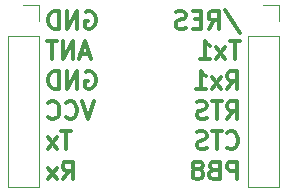
<source format=gbo>
G04 #@! TF.GenerationSoftware,KiCad,Pcbnew,(5.0.1)-3*
G04 #@! TF.CreationDate,2018-12-06T00:17:23+01:00*
G04 #@! TF.ProjectId,air602bob,616972363032626F622E6B696361645F,rev?*
G04 #@! TF.SameCoordinates,Original*
G04 #@! TF.FileFunction,Legend,Bot*
G04 #@! TF.FilePolarity,Positive*
%FSLAX46Y46*%
G04 Gerber Fmt 4.6, Leading zero omitted, Abs format (unit mm)*
G04 Created by KiCad (PCBNEW (5.0.1)-3) date 06/12/2018 00:17:23*
%MOMM*%
%LPD*%
G01*
G04 APERTURE LIST*
%ADD10C,0.300000*%
%ADD11C,0.120000*%
%ADD12C,0.602000*%
%ADD13C,1.902000*%
%ADD14O,1.802000X1.802000*%
%ADD15R,1.802000X1.802000*%
G04 APERTURE END LIST*
D10*
X80545428Y-91792142D02*
X81831142Y-93720714D01*
X79188285Y-93363571D02*
X79688285Y-92649285D01*
X80045428Y-93363571D02*
X80045428Y-91863571D01*
X79474000Y-91863571D01*
X79331142Y-91935000D01*
X79259714Y-92006428D01*
X79188285Y-92149285D01*
X79188285Y-92363571D01*
X79259714Y-92506428D01*
X79331142Y-92577857D01*
X79474000Y-92649285D01*
X80045428Y-92649285D01*
X78545428Y-92577857D02*
X78045428Y-92577857D01*
X77831142Y-93363571D02*
X78545428Y-93363571D01*
X78545428Y-91863571D01*
X77831142Y-91863571D01*
X77259714Y-93292142D02*
X77045428Y-93363571D01*
X76688285Y-93363571D01*
X76545428Y-93292142D01*
X76474000Y-93220714D01*
X76402571Y-93077857D01*
X76402571Y-92935000D01*
X76474000Y-92792142D01*
X76545428Y-92720714D01*
X76688285Y-92649285D01*
X76974000Y-92577857D01*
X77116857Y-92506428D01*
X77188285Y-92435000D01*
X77259714Y-92292142D01*
X77259714Y-92149285D01*
X77188285Y-92006428D01*
X77116857Y-91935000D01*
X76974000Y-91863571D01*
X76616857Y-91863571D01*
X76402571Y-91935000D01*
X81831142Y-94413571D02*
X80974000Y-94413571D01*
X81402571Y-95913571D02*
X81402571Y-94413571D01*
X80616857Y-95913571D02*
X79831142Y-94913571D01*
X80616857Y-94913571D02*
X79831142Y-95913571D01*
X78474000Y-95913571D02*
X79331142Y-95913571D01*
X78902571Y-95913571D02*
X78902571Y-94413571D01*
X79045428Y-94627857D01*
X79188285Y-94770714D01*
X79331142Y-94842142D01*
X80759714Y-98463571D02*
X81259714Y-97749285D01*
X81616857Y-98463571D02*
X81616857Y-96963571D01*
X81045428Y-96963571D01*
X80902571Y-97035000D01*
X80831142Y-97106428D01*
X80759714Y-97249285D01*
X80759714Y-97463571D01*
X80831142Y-97606428D01*
X80902571Y-97677857D01*
X81045428Y-97749285D01*
X81616857Y-97749285D01*
X80259714Y-98463571D02*
X79474000Y-97463571D01*
X80259714Y-97463571D02*
X79474000Y-98463571D01*
X78116857Y-98463571D02*
X78974000Y-98463571D01*
X78545428Y-98463571D02*
X78545428Y-96963571D01*
X78688285Y-97177857D01*
X78831142Y-97320714D01*
X78974000Y-97392142D01*
X80759714Y-101013571D02*
X81259714Y-100299285D01*
X81616857Y-101013571D02*
X81616857Y-99513571D01*
X81045428Y-99513571D01*
X80902571Y-99585000D01*
X80831142Y-99656428D01*
X80759714Y-99799285D01*
X80759714Y-100013571D01*
X80831142Y-100156428D01*
X80902571Y-100227857D01*
X81045428Y-100299285D01*
X81616857Y-100299285D01*
X80331142Y-99513571D02*
X79474000Y-99513571D01*
X79902571Y-101013571D02*
X79902571Y-99513571D01*
X79045428Y-100942142D02*
X78831142Y-101013571D01*
X78474000Y-101013571D01*
X78331142Y-100942142D01*
X78259714Y-100870714D01*
X78188285Y-100727857D01*
X78188285Y-100585000D01*
X78259714Y-100442142D01*
X78331142Y-100370714D01*
X78474000Y-100299285D01*
X78759714Y-100227857D01*
X78902571Y-100156428D01*
X78974000Y-100085000D01*
X79045428Y-99942142D01*
X79045428Y-99799285D01*
X78974000Y-99656428D01*
X78902571Y-99585000D01*
X78759714Y-99513571D01*
X78402571Y-99513571D01*
X78188285Y-99585000D01*
X80759714Y-103420714D02*
X80831142Y-103492142D01*
X81045428Y-103563571D01*
X81188285Y-103563571D01*
X81402571Y-103492142D01*
X81545428Y-103349285D01*
X81616857Y-103206428D01*
X81688285Y-102920714D01*
X81688285Y-102706428D01*
X81616857Y-102420714D01*
X81545428Y-102277857D01*
X81402571Y-102135000D01*
X81188285Y-102063571D01*
X81045428Y-102063571D01*
X80831142Y-102135000D01*
X80759714Y-102206428D01*
X80331142Y-102063571D02*
X79474000Y-102063571D01*
X79902571Y-103563571D02*
X79902571Y-102063571D01*
X79045428Y-103492142D02*
X78831142Y-103563571D01*
X78474000Y-103563571D01*
X78331142Y-103492142D01*
X78259714Y-103420714D01*
X78188285Y-103277857D01*
X78188285Y-103135000D01*
X78259714Y-102992142D01*
X78331142Y-102920714D01*
X78474000Y-102849285D01*
X78759714Y-102777857D01*
X78902571Y-102706428D01*
X78974000Y-102635000D01*
X79045428Y-102492142D01*
X79045428Y-102349285D01*
X78974000Y-102206428D01*
X78902571Y-102135000D01*
X78759714Y-102063571D01*
X78402571Y-102063571D01*
X78188285Y-102135000D01*
X81616857Y-106113571D02*
X81616857Y-104613571D01*
X81045428Y-104613571D01*
X80902571Y-104685000D01*
X80831142Y-104756428D01*
X80759714Y-104899285D01*
X80759714Y-105113571D01*
X80831142Y-105256428D01*
X80902571Y-105327857D01*
X81045428Y-105399285D01*
X81616857Y-105399285D01*
X79616857Y-105327857D02*
X79402571Y-105399285D01*
X79331142Y-105470714D01*
X79259714Y-105613571D01*
X79259714Y-105827857D01*
X79331142Y-105970714D01*
X79402571Y-106042142D01*
X79545428Y-106113571D01*
X80116857Y-106113571D01*
X80116857Y-104613571D01*
X79616857Y-104613571D01*
X79474000Y-104685000D01*
X79402571Y-104756428D01*
X79331142Y-104899285D01*
X79331142Y-105042142D01*
X79402571Y-105185000D01*
X79474000Y-105256428D01*
X79616857Y-105327857D01*
X80116857Y-105327857D01*
X78402571Y-105256428D02*
X78545428Y-105185000D01*
X78616857Y-105113571D01*
X78688285Y-104970714D01*
X78688285Y-104899285D01*
X78616857Y-104756428D01*
X78545428Y-104685000D01*
X78402571Y-104613571D01*
X78116857Y-104613571D01*
X77974000Y-104685000D01*
X77902571Y-104756428D01*
X77831142Y-104899285D01*
X77831142Y-104970714D01*
X77902571Y-105113571D01*
X77974000Y-105185000D01*
X78116857Y-105256428D01*
X78402571Y-105256428D01*
X78545428Y-105327857D01*
X78616857Y-105399285D01*
X78688285Y-105542142D01*
X78688285Y-105827857D01*
X78616857Y-105970714D01*
X78545428Y-106042142D01*
X78402571Y-106113571D01*
X78116857Y-106113571D01*
X77974000Y-106042142D01*
X77902571Y-105970714D01*
X77831142Y-105827857D01*
X77831142Y-105542142D01*
X77902571Y-105399285D01*
X77974000Y-105327857D01*
X78116857Y-105256428D01*
X68774571Y-91935000D02*
X68917428Y-91863571D01*
X69131714Y-91863571D01*
X69346000Y-91935000D01*
X69488857Y-92077857D01*
X69560285Y-92220714D01*
X69631714Y-92506428D01*
X69631714Y-92720714D01*
X69560285Y-93006428D01*
X69488857Y-93149285D01*
X69346000Y-93292142D01*
X69131714Y-93363571D01*
X68988857Y-93363571D01*
X68774571Y-93292142D01*
X68703142Y-93220714D01*
X68703142Y-92720714D01*
X68988857Y-92720714D01*
X68060285Y-93363571D02*
X68060285Y-91863571D01*
X67203142Y-93363571D01*
X67203142Y-91863571D01*
X66488857Y-93363571D02*
X66488857Y-91863571D01*
X66131714Y-91863571D01*
X65917428Y-91935000D01*
X65774571Y-92077857D01*
X65703142Y-92220714D01*
X65631714Y-92506428D01*
X65631714Y-92720714D01*
X65703142Y-93006428D01*
X65774571Y-93149285D01*
X65917428Y-93292142D01*
X66131714Y-93363571D01*
X66488857Y-93363571D01*
X69060285Y-95485000D02*
X68346000Y-95485000D01*
X69203142Y-95913571D02*
X68703142Y-94413571D01*
X68203142Y-95913571D01*
X67703142Y-95913571D02*
X67703142Y-94413571D01*
X66846000Y-95913571D01*
X66846000Y-94413571D01*
X66346000Y-94413571D02*
X65488857Y-94413571D01*
X65917428Y-95913571D02*
X65917428Y-94413571D01*
X68774571Y-97035000D02*
X68917428Y-96963571D01*
X69131714Y-96963571D01*
X69346000Y-97035000D01*
X69488857Y-97177857D01*
X69560285Y-97320714D01*
X69631714Y-97606428D01*
X69631714Y-97820714D01*
X69560285Y-98106428D01*
X69488857Y-98249285D01*
X69346000Y-98392142D01*
X69131714Y-98463571D01*
X68988857Y-98463571D01*
X68774571Y-98392142D01*
X68703142Y-98320714D01*
X68703142Y-97820714D01*
X68988857Y-97820714D01*
X68060285Y-98463571D02*
X68060285Y-96963571D01*
X67203142Y-98463571D01*
X67203142Y-96963571D01*
X66488857Y-98463571D02*
X66488857Y-96963571D01*
X66131714Y-96963571D01*
X65917428Y-97035000D01*
X65774571Y-97177857D01*
X65703142Y-97320714D01*
X65631714Y-97606428D01*
X65631714Y-97820714D01*
X65703142Y-98106428D01*
X65774571Y-98249285D01*
X65917428Y-98392142D01*
X66131714Y-98463571D01*
X66488857Y-98463571D01*
X69488857Y-99513571D02*
X68988857Y-101013571D01*
X68488857Y-99513571D01*
X67131714Y-100870714D02*
X67203142Y-100942142D01*
X67417428Y-101013571D01*
X67560285Y-101013571D01*
X67774571Y-100942142D01*
X67917428Y-100799285D01*
X67988857Y-100656428D01*
X68060285Y-100370714D01*
X68060285Y-100156428D01*
X67988857Y-99870714D01*
X67917428Y-99727857D01*
X67774571Y-99585000D01*
X67560285Y-99513571D01*
X67417428Y-99513571D01*
X67203142Y-99585000D01*
X67131714Y-99656428D01*
X65631714Y-100870714D02*
X65703142Y-100942142D01*
X65917428Y-101013571D01*
X66060285Y-101013571D01*
X66274571Y-100942142D01*
X66417428Y-100799285D01*
X66488857Y-100656428D01*
X66560285Y-100370714D01*
X66560285Y-100156428D01*
X66488857Y-99870714D01*
X66417428Y-99727857D01*
X66274571Y-99585000D01*
X66060285Y-99513571D01*
X65917428Y-99513571D01*
X65703142Y-99585000D01*
X65631714Y-99656428D01*
X67560285Y-102063571D02*
X66703142Y-102063571D01*
X67131714Y-103563571D02*
X67131714Y-102063571D01*
X66346000Y-103563571D02*
X65560285Y-102563571D01*
X66346000Y-102563571D02*
X65560285Y-103563571D01*
X66846000Y-106113571D02*
X67346000Y-105399285D01*
X67703142Y-106113571D02*
X67703142Y-104613571D01*
X67131714Y-104613571D01*
X66988857Y-104685000D01*
X66917428Y-104756428D01*
X66846000Y-104899285D01*
X66846000Y-105113571D01*
X66917428Y-105256428D01*
X66988857Y-105327857D01*
X67131714Y-105399285D01*
X67703142Y-105399285D01*
X66346000Y-106113571D02*
X65560285Y-105113571D01*
X66346000Y-105113571D02*
X65560285Y-106113571D01*
D11*
G04 #@! TO.C,J2*
X64830000Y-91380000D02*
X63500000Y-91380000D01*
X64830000Y-92710000D02*
X64830000Y-91380000D01*
X64830000Y-93980000D02*
X62170000Y-93980000D01*
X62170000Y-93980000D02*
X62170000Y-106740000D01*
X64830000Y-93980000D02*
X64830000Y-106740000D01*
X64830000Y-106740000D02*
X62170000Y-106740000D01*
G04 #@! TO.C,J1*
X85150000Y-106740000D02*
X82490000Y-106740000D01*
X85150000Y-93980000D02*
X85150000Y-106740000D01*
X82490000Y-93980000D02*
X82490000Y-106740000D01*
X85150000Y-93980000D02*
X82490000Y-93980000D01*
X85150000Y-92710000D02*
X85150000Y-91380000D01*
X85150000Y-91380000D02*
X83820000Y-91380000D01*
G04 #@! TD*
%LPC*%
D12*
G04 #@! TO.C,XA2*
X77343000Y-90678000D03*
D13*
X77343000Y-90678000D03*
G04 #@! TD*
D14*
G04 #@! TO.C,J2*
X63500000Y-105410000D03*
X63500000Y-102870000D03*
X63500000Y-100330000D03*
X63500000Y-97790000D03*
X63500000Y-95250000D03*
D15*
X63500000Y-92710000D03*
G04 #@! TD*
G04 #@! TO.C,J1*
X83820000Y-92710000D03*
D14*
X83820000Y-95250000D03*
X83820000Y-97790000D03*
X83820000Y-100330000D03*
X83820000Y-102870000D03*
X83820000Y-105410000D03*
G04 #@! TD*
M02*

</source>
